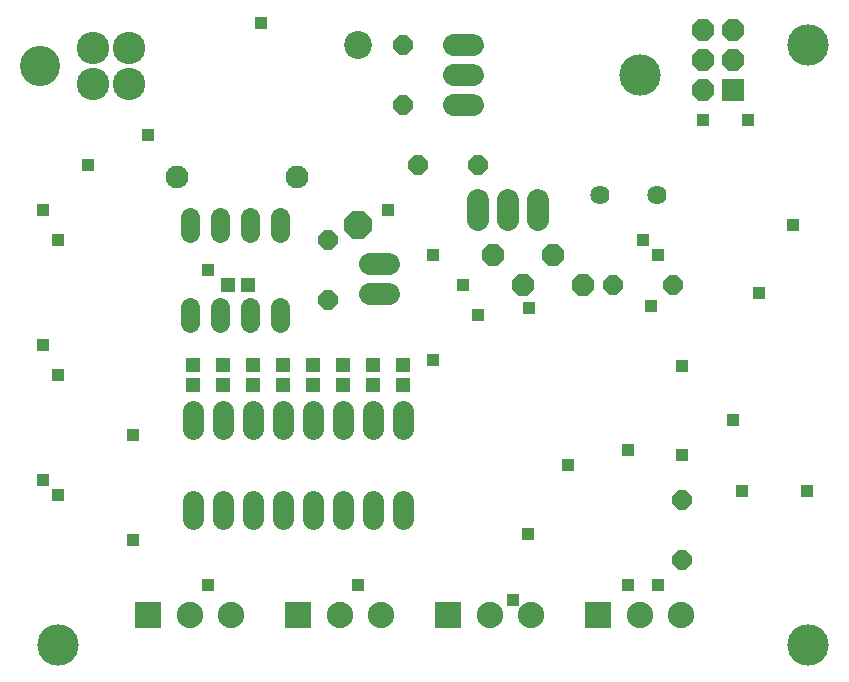
<source format=gbs>
G75*
G70*
%OFA0B0*%
%FSLAX24Y24*%
%IPPOS*%
%LPD*%
%AMOC8*
5,1,8,0,0,1.08239X$1,22.5*
%
%ADD10C,0.0640*%
%ADD11OC8,0.0710*%
%ADD12C,0.0760*%
%ADD13C,0.0640*%
%ADD14C,0.1080*%
%ADD15C,0.1340*%
%ADD16C,0.0720*%
%ADD17R,0.0720X0.0720*%
%ADD18OC8,0.0720*%
%ADD19C,0.0930*%
%ADD20OC8,0.0930*%
%ADD21OC8,0.0640*%
%ADD22C,0.1380*%
%ADD23R,0.0880X0.0880*%
%ADD24C,0.0880*%
%ADD25R,0.0513X0.0474*%
%ADD26C,0.0702*%
%ADD27R,0.0474X0.0513*%
%ADD28R,0.0440X0.0440*%
D10*
X019651Y016843D03*
X021551Y016843D03*
D11*
X019101Y013843D03*
X018101Y014843D03*
X017101Y013843D03*
X016101Y014843D03*
D12*
X009551Y017443D03*
X005551Y017443D03*
D13*
X006001Y016123D02*
X006001Y015563D01*
X007001Y015563D02*
X007001Y016123D01*
X008001Y016123D02*
X008001Y015563D01*
X009001Y015563D02*
X009001Y016123D01*
X009001Y013123D02*
X009001Y012563D01*
X008001Y012563D02*
X008001Y013123D01*
X007001Y013123D02*
X007001Y012563D01*
X006001Y012563D02*
X006001Y013123D01*
D14*
X003951Y020549D03*
X002770Y020549D03*
X002770Y021730D03*
X003951Y021730D03*
D15*
X000998Y021140D03*
D16*
X011981Y014543D02*
X012621Y014543D01*
X012621Y013543D02*
X011981Y013543D01*
X015601Y016023D02*
X015601Y016663D01*
X016601Y016663D02*
X016601Y016023D01*
X017601Y016023D02*
X017601Y016663D01*
X015421Y019843D02*
X014781Y019843D01*
X014781Y020843D02*
X015421Y020843D01*
X015421Y021843D02*
X014781Y021843D01*
D17*
X024101Y020343D03*
D18*
X023101Y020343D03*
X023101Y021343D03*
X024101Y021343D03*
X024101Y022343D03*
X023101Y022343D03*
D19*
X011601Y021843D03*
D20*
X011601Y015843D03*
D21*
X010601Y015343D03*
X010601Y013343D03*
X013601Y017843D03*
X015601Y017843D03*
X013101Y019843D03*
X013101Y021843D03*
X020101Y013843D03*
X022101Y013843D03*
X022401Y006693D03*
X022401Y004693D03*
D22*
X001601Y001843D03*
X021001Y020843D03*
X026601Y021843D03*
X026601Y001843D03*
D23*
X019601Y002843D03*
X014601Y002843D03*
X009601Y002843D03*
X004601Y002843D03*
D24*
X005979Y002843D03*
X007357Y002843D03*
X010979Y002843D03*
X012357Y002843D03*
X015979Y002843D03*
X017357Y002843D03*
X020979Y002843D03*
X022357Y002843D03*
D25*
X013101Y010508D03*
X013101Y011177D03*
X012101Y011177D03*
X012101Y010508D03*
X011101Y010508D03*
X011101Y011177D03*
X010101Y011177D03*
X010101Y010508D03*
X009101Y010508D03*
X009101Y011177D03*
X008101Y011177D03*
X008101Y010508D03*
X007101Y010508D03*
X007101Y011177D03*
X006101Y011177D03*
X006101Y010508D03*
D26*
X006101Y009654D02*
X006101Y009032D01*
X007101Y009032D02*
X007101Y009654D01*
X008101Y009654D02*
X008101Y009032D01*
X009101Y009032D02*
X009101Y009654D01*
X010101Y009654D02*
X010101Y009032D01*
X011101Y009032D02*
X011101Y009654D01*
X012101Y009654D02*
X012101Y009032D01*
X013101Y009032D02*
X013101Y009654D01*
X013101Y006654D02*
X013101Y006032D01*
X012101Y006032D02*
X012101Y006654D01*
X011101Y006654D02*
X011101Y006032D01*
X010101Y006032D02*
X010101Y006654D01*
X009101Y006654D02*
X009101Y006032D01*
X008101Y006032D02*
X008101Y006654D01*
X007101Y006654D02*
X007101Y006032D01*
X006101Y006032D02*
X006101Y006654D01*
D27*
X007266Y013843D03*
X007935Y013843D03*
D28*
X006601Y014343D03*
X002601Y017843D03*
X001101Y016343D03*
X001601Y015343D03*
X001101Y011843D03*
X001601Y010843D03*
X004101Y008843D03*
X001601Y006843D03*
X001101Y007343D03*
X004101Y005343D03*
X006601Y003843D03*
X011601Y003843D03*
X016751Y003343D03*
X017251Y005543D03*
X018601Y007843D03*
X020601Y008343D03*
X022401Y008193D03*
X024101Y009343D03*
X022401Y011143D03*
X021351Y013143D03*
X021601Y014843D03*
X021101Y015343D03*
X024951Y013593D03*
X026101Y015843D03*
X024601Y019343D03*
X023101Y019343D03*
X017301Y013093D03*
X015601Y012843D03*
X015101Y013843D03*
X014101Y014843D03*
X012601Y016343D03*
X014101Y011343D03*
X020601Y003843D03*
X021601Y003843D03*
X024401Y006993D03*
X026551Y006993D03*
X008351Y022593D03*
X004601Y018843D03*
M02*

</source>
